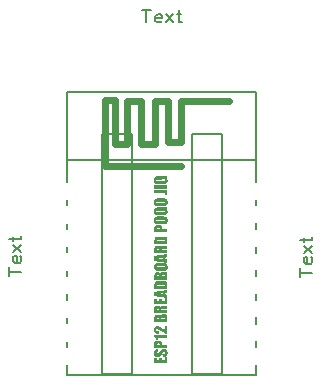
<source format=gto>
G04 Layer: TopSilkLayer*
G04 EasyEDA v5.9.42, Fri, 05 Apr 2019 14:57:40 GMT*
G04 4e9f10f097634dd6829a82e3e2597e5f*
G04 Gerber Generator version 0.2*
G04 Scale: 100 percent, Rotated: No, Reflected: No *
G04 Dimensions in inches *
G04 leading zeros omitted , absolute positions ,2 integer and 4 decimal *
%FSLAX24Y24*%
%MOIN*%
G90*
G70D02*

%ADD15C,0.005000*%
%ADD16C,0.024000*%
%ADD17C,0.008000*%
%ADD18C,0.007992*%
%ADD19C,0.006000*%

%LPD*%
G54D15*
G01X494Y11068D02*
G01X6793Y11068D01*
G01X6793Y8785D01*
G01X494Y8785D01*
G01X494Y11068D01*
G01X6793Y1620D02*
G01X494Y1620D01*
G54D16*
G01X1754Y8864D02*
G01X1754Y10793D01*
G01X2108Y10793D01*
G01X2108Y9336D01*
G01X2502Y9336D01*
G01X2502Y10753D01*
G01X2974Y10753D01*
G01X2974Y9336D01*
G01X3447Y9336D01*
G01X3447Y10753D01*
G01X3880Y10753D01*
G01X3880Y9376D01*
G01X4313Y9376D01*
G01X4313Y10753D01*
G01X5888Y10753D01*
G01X1754Y8824D02*
G01X1754Y8588D01*
G01X4313Y8588D01*
G54D15*
G01X493Y8788D02*
G01X493Y8068D01*
G01X493Y7458D02*
G01X493Y7278D01*
G01X493Y6668D02*
G01X493Y6488D01*
G01X493Y5878D02*
G01X493Y5708D01*
G01X493Y5098D02*
G01X493Y4918D01*
G01X493Y4308D02*
G01X493Y4128D01*
G01X493Y3518D02*
G01X493Y3338D01*
G01X493Y2728D02*
G01X493Y2558D01*
G01X493Y1948D02*
G01X493Y1618D01*
G01X6793Y1628D02*
G01X6793Y1938D01*
G01X6793Y2738D02*
G01X6793Y2548D01*
G01X6793Y3538D02*
G01X6793Y3328D01*
G01X6793Y4328D02*
G01X6793Y4118D01*
G01X6793Y5108D02*
G01X6793Y4908D01*
G01X6793Y5888D02*
G01X6793Y5698D01*
G01X6803Y6678D02*
G01X6803Y6478D01*
G01X6803Y7468D02*
G01X6803Y7278D01*
G01X6783Y8788D02*
G01X6793Y8788D01*
G01X6793Y8058D01*
G54D17*
G01X1650Y9650D02*
G01X2650Y9650D01*
G01X2650Y1650D01*
G01X1650Y1650D01*
G01X1650Y2400D01*
G54D18*
G01X1650Y9650D02*
G01X1650Y2400D01*
G54D17*
G01X5650Y1650D02*
G01X4650Y1650D01*
G01X4650Y9650D01*
G01X5650Y9650D01*
G01X5650Y8900D01*
G54D18*
G01X5650Y1650D02*
G01X5650Y8900D01*
G54D19*
G01X3142Y13800D02*
G01X3142Y13371D01*
G01X3000Y13800D02*
G01X3286Y13800D01*
G01X3421Y13534D02*
G01X3667Y13534D01*
G01X3667Y13575D01*
G01X3646Y13615D01*
G01X3626Y13636D01*
G01X3584Y13657D01*
G01X3523Y13657D01*
G01X3482Y13636D01*
G01X3442Y13596D01*
G01X3421Y13534D01*
G01X3421Y13494D01*
G01X3442Y13432D01*
G01X3482Y13390D01*
G01X3523Y13371D01*
G01X3584Y13371D01*
G01X3626Y13390D01*
G01X3667Y13432D01*
G01X3801Y13657D02*
G01X4026Y13371D01*
G01X4026Y13657D02*
G01X3801Y13371D01*
G01X4223Y13800D02*
G01X4223Y13453D01*
G01X4244Y13390D01*
G01X4284Y13371D01*
G01X4325Y13371D01*
G01X4161Y13657D02*
G01X4305Y13657D01*

%LPD*%
G36*
G01X3844Y2205D02*
G01X3757Y2205D01*
G01X3757Y2121D01*
G01X3661Y2121D01*
G01X3661Y2192D01*
G01X3578Y2192D01*
G01X3578Y2121D01*
G01X3496Y2121D01*
G01X3496Y2196D01*
G01X3409Y2196D01*
G01X3409Y2009D01*
G01X3844Y2009D01*
G01X3844Y2205D01*
G37*

%LPD*%
G36*
G01X3754Y2485D02*
G01X3732Y2486D01*
G01X3703Y2484D01*
G01X3677Y2480D01*
G01X3656Y2474D01*
G01X3640Y2465D01*
G01X3607Y2432D01*
G01X3567Y2371D01*
G01X3559Y2359D01*
G01X3552Y2350D01*
G01X3540Y2338D01*
G01X3526Y2334D01*
G01X3517Y2333D01*
G01X3507Y2332D01*
G01X3498Y2333D01*
G01X3492Y2334D01*
G01X3486Y2336D01*
G01X3482Y2338D01*
G01X3478Y2341D01*
G01X3474Y2349D01*
G01X3473Y2353D01*
G01X3474Y2358D01*
G01X3475Y2362D01*
G01X3477Y2365D01*
G01X3480Y2367D01*
G01X3484Y2369D01*
G01X3490Y2371D01*
G01X3540Y2371D01*
G01X3540Y2476D01*
G01X3499Y2476D01*
G01X3479Y2474D01*
G01X3462Y2471D01*
G01X3450Y2467D01*
G01X3439Y2460D01*
G01X3430Y2451D01*
G01X3421Y2439D01*
G01X3413Y2425D01*
G01X3407Y2408D01*
G01X3403Y2390D01*
G01X3400Y2371D01*
G01X3400Y2330D01*
G01X3403Y2313D01*
G01X3407Y2296D01*
G01X3413Y2282D01*
G01X3420Y2268D01*
G01X3428Y2257D01*
G01X3438Y2247D01*
G01X3448Y2240D01*
G01X3462Y2234D01*
G01X3478Y2230D01*
G01X3498Y2228D01*
G01X3538Y2228D01*
G01X3553Y2230D01*
G01X3567Y2232D01*
G01X3578Y2236D01*
G01X3589Y2241D01*
G01X3598Y2246D01*
G01X3607Y2252D01*
G01X3613Y2259D01*
G01X3621Y2267D01*
G01X3630Y2280D01*
G01X3642Y2295D01*
G01X3655Y2315D01*
G01X3667Y2334D01*
G01X3678Y2349D01*
G01X3686Y2360D01*
G01X3694Y2367D01*
G01X3701Y2372D01*
G01X3712Y2376D01*
G01X3726Y2378D01*
G01X3752Y2378D01*
G01X3759Y2377D01*
G01X3771Y2373D01*
G01X3775Y2369D01*
G01X3777Y2366D01*
G01X3779Y2361D01*
G01X3780Y2355D01*
G01X3779Y2351D01*
G01X3778Y2346D01*
G01X3776Y2343D01*
G01X3773Y2340D01*
G01X3768Y2338D01*
G01X3761Y2337D01*
G01X3752Y2336D01*
G01X3688Y2336D01*
G01X3688Y2230D01*
G01X3717Y2230D01*
G01X3740Y2231D01*
G01X3760Y2233D01*
G01X3777Y2236D01*
G01X3792Y2240D01*
G01X3804Y2247D01*
G01X3816Y2256D01*
G01X3826Y2268D01*
G01X3836Y2282D01*
G01X3843Y2299D01*
G01X3848Y2318D01*
G01X3851Y2338D01*
G01X3853Y2361D01*
G01X3849Y2399D01*
G01X3844Y2416D01*
G01X3838Y2432D01*
G01X3830Y2447D01*
G01X3821Y2459D01*
G01X3811Y2468D01*
G01X3801Y2475D01*
G01X3788Y2479D01*
G01X3773Y2483D01*
G01X3754Y2485D01*
G37*

%LPD*%
G36*
G01X3569Y2765D02*
G01X3530Y2765D01*
G01X3511Y2764D01*
G01X3495Y2763D01*
G01X3481Y2762D01*
G01X3471Y2761D01*
G01X3461Y2757D01*
G01X3452Y2754D01*
G01X3436Y2744D01*
G01X3430Y2736D01*
G01X3425Y2728D01*
G01X3420Y2717D01*
G01X3415Y2705D01*
G01X3413Y2692D01*
G01X3410Y2676D01*
G01X3409Y2657D01*
G01X3409Y2521D01*
G01X3844Y2521D01*
G01X3844Y2634D01*
G01X3669Y2634D01*
G01X3669Y2665D01*
G01X3668Y2682D01*
G01X3666Y2698D01*
G01X3663Y2712D01*
G01X3659Y2725D01*
G01X3653Y2735D01*
G01X3646Y2744D01*
G01X3638Y2751D01*
G01X3618Y2759D01*
G01X3604Y2762D01*
G01X3588Y2764D01*
G01X3569Y2765D01*
G37*

%LPC*%
G36*
G01X3555Y2671D02*
G01X3519Y2671D01*
G01X3509Y2670D01*
G01X3500Y2669D01*
G01X3494Y2667D01*
G01X3490Y2663D01*
G01X3487Y2659D01*
G01X3485Y2653D01*
G01X3484Y2644D01*
G01X3484Y2634D01*
G01X3594Y2634D01*
G01X3594Y2642D01*
G01X3593Y2650D01*
G01X3592Y2655D01*
G01X3590Y2660D01*
G01X3586Y2663D01*
G01X3582Y2667D01*
G01X3575Y2669D01*
G01X3555Y2671D01*
G37*

%LPD*%
G36*
G01X3844Y2961D02*
G01X3409Y2961D01*
G01X3409Y2898D01*
G01X3453Y2847D01*
G01X3478Y2778D01*
G01X3530Y2778D01*
G01X3530Y2806D01*
G01X3531Y2819D01*
G01X3532Y2830D01*
G01X3534Y2836D01*
G01X3537Y2842D01*
G01X3541Y2846D01*
G01X3545Y2848D01*
G01X3550Y2851D01*
G01X3557Y2851D01*
G01X3570Y2852D01*
G01X3588Y2852D01*
G01X3611Y2853D01*
G01X3844Y2853D01*
G01X3844Y2961D01*
G37*

%LPD*%
G36*
G01X3533Y3245D02*
G01X3513Y3246D01*
G01X3490Y3244D01*
G01X3469Y3238D01*
G01X3450Y3228D01*
G01X3432Y3213D01*
G01X3409Y3173D01*
G01X3401Y3115D01*
G01X3401Y3100D01*
G01X3403Y3085D01*
G01X3406Y3072D01*
G01X3411Y3059D01*
G01X3417Y3048D01*
G01X3424Y3038D01*
G01X3432Y3028D01*
G01X3452Y3014D01*
G01X3463Y3009D01*
G01X3473Y3005D01*
G01X3495Y3001D01*
G01X3508Y3000D01*
G01X3523Y2999D01*
G01X3540Y2998D01*
G01X3557Y2998D01*
G01X3557Y3096D01*
G01X3502Y3096D01*
G01X3491Y3097D01*
G01X3483Y3099D01*
G01X3476Y3101D01*
G01X3470Y3109D01*
G01X3468Y3115D01*
G01X3467Y3121D01*
G01X3469Y3131D01*
G01X3472Y3135D01*
G01X3480Y3141D01*
G01X3487Y3143D01*
G01X3494Y3144D01*
G01X3503Y3144D01*
G01X3515Y3143D01*
G01X3530Y3140D01*
G01X3547Y3133D01*
G01X3567Y3125D01*
G01X3595Y3109D01*
G01X3641Y3083D01*
G01X3703Y3046D01*
G01X3782Y2998D01*
G01X3844Y2998D01*
G01X3844Y3238D01*
G01X3769Y3238D01*
G01X3769Y3119D01*
G01X3708Y3159D01*
G01X3658Y3192D01*
G01X3619Y3215D01*
G01X3592Y3228D01*
G01X3572Y3236D01*
G01X3552Y3242D01*
G01X3533Y3245D01*
G37*

%LPD*%
G36*
G01X3762Y3642D02*
G01X3682Y3642D01*
G01X3664Y3639D01*
G01X3650Y3635D01*
G01X3638Y3628D01*
G01X3629Y3620D01*
G01X3621Y3608D01*
G01X3614Y3594D01*
G01X3609Y3576D01*
G01X3604Y3592D01*
G01X3599Y3605D01*
G01X3592Y3615D01*
G01X3586Y3623D01*
G01X3576Y3628D01*
G01X3565Y3632D01*
G01X3550Y3634D01*
G01X3506Y3634D01*
G01X3484Y3630D01*
G01X3465Y3625D01*
G01X3451Y3617D01*
G01X3439Y3608D01*
G01X3430Y3598D01*
G01X3423Y3586D01*
G01X3417Y3573D01*
G01X3413Y3558D01*
G01X3411Y3539D01*
G01X3409Y3517D01*
G01X3409Y3380D01*
G01X3844Y3380D01*
G01X3844Y3511D01*
G01X3843Y3542D01*
G01X3842Y3567D01*
G01X3839Y3587D01*
G01X3836Y3601D01*
G01X3831Y3611D01*
G01X3824Y3619D01*
G01X3816Y3627D01*
G01X3807Y3632D01*
G01X3794Y3637D01*
G01X3780Y3640D01*
G01X3762Y3642D01*
G37*

%LPC*%
G36*
G01X3728Y3530D02*
G01X3688Y3530D01*
G01X3675Y3529D01*
G01X3666Y3528D01*
G01X3659Y3526D01*
G01X3655Y3523D01*
G01X3652Y3519D01*
G01X3650Y3513D01*
G01X3648Y3504D01*
G01X3648Y3492D01*
G01X3769Y3492D01*
G01X3769Y3503D01*
G01X3767Y3512D01*
G01X3765Y3519D01*
G01X3761Y3523D01*
G01X3757Y3526D01*
G01X3750Y3528D01*
G01X3740Y3529D01*
G01X3728Y3530D01*
G37*
G36*
G01X3542Y3529D02*
G01X3525Y3530D01*
G01X3515Y3529D01*
G01X3507Y3528D01*
G01X3501Y3527D01*
G01X3496Y3526D01*
G01X3492Y3524D01*
G01X3489Y3522D01*
G01X3487Y3519D01*
G01X3486Y3517D01*
G01X3485Y3513D01*
G01X3484Y3507D01*
G01X3484Y3492D01*
G01X3580Y3492D01*
G01X3580Y3503D01*
G01X3579Y3511D01*
G01X3578Y3517D01*
G01X3575Y3522D01*
G01X3571Y3526D01*
G01X3565Y3527D01*
G01X3556Y3528D01*
G01X3542Y3529D01*
G37*

%LPD*%
G36*
G01X3551Y3935D02*
G01X3528Y3936D01*
G01X3501Y3934D01*
G01X3479Y3931D01*
G01X3461Y3925D01*
G01X3446Y3917D01*
G01X3435Y3908D01*
G01X3426Y3898D01*
G01X3419Y3885D01*
G01X3415Y3871D01*
G01X3410Y3830D01*
G01X3409Y3763D01*
G01X3409Y3684D01*
G01X3844Y3684D01*
G01X3844Y3796D01*
G01X3648Y3796D01*
G01X3648Y3807D01*
G01X3650Y3815D01*
G01X3652Y3821D01*
G01X3655Y3826D01*
G01X3661Y3828D01*
G01X3671Y3829D01*
G01X3683Y3830D01*
G01X3844Y3830D01*
G01X3844Y3936D01*
G01X3728Y3936D01*
G01X3705Y3935D01*
G01X3686Y3935D01*
G01X3673Y3934D01*
G01X3665Y3932D01*
G01X3658Y3931D01*
G01X3652Y3928D01*
G01X3645Y3924D01*
G01X3638Y3919D01*
G01X3632Y3911D01*
G01X3626Y3901D01*
G01X3621Y3889D01*
G01X3617Y3873D01*
G01X3614Y3890D01*
G01X3610Y3905D01*
G01X3603Y3915D01*
G01X3596Y3923D01*
G01X3585Y3929D01*
G01X3570Y3932D01*
G01X3551Y3935D01*
G37*

%LPC*%
G36*
G01X3553Y3830D02*
G01X3507Y3830D01*
G01X3499Y3829D01*
G01X3494Y3826D01*
G01X3490Y3823D01*
G01X3487Y3819D01*
G01X3485Y3813D01*
G01X3484Y3805D01*
G01X3484Y3796D01*
G01X3580Y3796D01*
G01X3579Y3805D01*
G01X3578Y3813D01*
G01X3577Y3819D01*
G01X3575Y3823D01*
G01X3571Y3826D01*
G01X3563Y3829D01*
G01X3553Y3830D01*
G37*

%LPD*%
G36*
G01X3844Y4176D02*
G01X3757Y4176D01*
G01X3757Y4092D01*
G01X3661Y4092D01*
G01X3661Y4163D01*
G01X3578Y4163D01*
G01X3578Y4092D01*
G01X3496Y4092D01*
G01X3496Y4169D01*
G01X3409Y4169D01*
G01X3409Y3980D01*
G01X3844Y3980D01*
G01X3844Y4176D01*
G37*

%LPD*%
G36*
G01X3844Y4353D02*
G01X3844Y4469D01*
G01X3409Y4403D01*
G01X3409Y4240D01*
G01X3844Y4182D01*
G01X3844Y4300D01*
G01X3765Y4307D01*
G01X3765Y4346D01*
G01X3844Y4353D01*
G37*

%LPC*%
G36*
G01X3688Y4305D02*
G01X3688Y4344D01*
G01X3649Y4339D01*
G01X3606Y4335D01*
G01X3558Y4330D01*
G01X3505Y4326D01*
G01X3564Y4319D01*
G01X3614Y4313D01*
G01X3655Y4308D01*
G01X3688Y4305D01*
G37*

%LPD*%
G36*
G01X3715Y4750D02*
G01X3563Y4750D01*
G01X3534Y4749D01*
G01X3511Y4748D01*
G01X3492Y4747D01*
G01X3480Y4746D01*
G01X3469Y4743D01*
G01X3459Y4739D01*
G01X3450Y4733D01*
G01X3440Y4726D01*
G01X3433Y4718D01*
G01X3426Y4708D01*
G01X3421Y4696D01*
G01X3417Y4682D01*
G01X3411Y4640D01*
G01X3409Y4571D01*
G01X3409Y4488D01*
G01X3844Y4488D01*
G01X3844Y4630D01*
G01X3843Y4649D01*
G01X3842Y4665D01*
G01X3841Y4679D01*
G01X3840Y4690D01*
G01X3837Y4700D01*
G01X3833Y4709D01*
G01X3829Y4717D01*
G01X3823Y4725D01*
G01X3817Y4731D01*
G01X3810Y4736D01*
G01X3802Y4740D01*
G01X3792Y4744D01*
G01X3780Y4746D01*
G01X3763Y4748D01*
G01X3741Y4749D01*
G01X3715Y4750D01*
G37*

%LPC*%
G36*
G01X3725Y4636D02*
G01X3513Y4636D01*
G01X3505Y4635D01*
G01X3495Y4633D01*
G01X3489Y4629D01*
G01X3486Y4626D01*
G01X3484Y4616D01*
G01X3484Y4601D01*
G01X3769Y4601D01*
G01X3769Y4611D01*
G01X3767Y4620D01*
G01X3764Y4626D01*
G01X3759Y4630D01*
G01X3752Y4633D01*
G01X3741Y4635D01*
G01X3725Y4636D01*
G37*

%LPD*%
G36*
G01X3742Y5055D02*
G01X3701Y5055D01*
G01X3682Y5054D01*
G01X3664Y5051D01*
G01X3650Y5047D01*
G01X3638Y5040D01*
G01X3629Y5032D01*
G01X3621Y5020D01*
G01X3614Y5005D01*
G01X3609Y4988D01*
G01X3604Y5003D01*
G01X3599Y5017D01*
G01X3592Y5027D01*
G01X3586Y5034D01*
G01X3576Y5040D01*
G01X3565Y5044D01*
G01X3550Y5046D01*
G01X3506Y5046D01*
G01X3484Y5042D01*
G01X3465Y5037D01*
G01X3451Y5030D01*
G01X3439Y5020D01*
G01X3430Y5010D01*
G01X3423Y4998D01*
G01X3417Y4986D01*
G01X3413Y4970D01*
G01X3411Y4951D01*
G01X3409Y4930D01*
G01X3409Y4792D01*
G01X3844Y4792D01*
G01X3844Y4923D01*
G01X3843Y4954D01*
G01X3842Y4979D01*
G01X3839Y4999D01*
G01X3836Y5013D01*
G01X3831Y5023D01*
G01X3824Y5032D01*
G01X3816Y5039D01*
G01X3807Y5044D01*
G01X3794Y5049D01*
G01X3780Y5052D01*
G01X3762Y5054D01*
G01X3742Y5055D01*
G37*

%LPC*%
G36*
G01X3728Y4942D02*
G01X3688Y4942D01*
G01X3675Y4941D01*
G01X3666Y4940D01*
G01X3659Y4938D01*
G01X3655Y4936D01*
G01X3652Y4931D01*
G01X3650Y4925D01*
G01X3648Y4916D01*
G01X3648Y4905D01*
G01X3769Y4905D01*
G01X3769Y4915D01*
G01X3767Y4924D01*
G01X3765Y4930D01*
G01X3757Y4938D01*
G01X3750Y4940D01*
G01X3740Y4941D01*
G01X3728Y4942D01*
G37*
G36*
G01X3542Y4941D02*
G01X3525Y4942D01*
G01X3515Y4941D01*
G01X3507Y4940D01*
G01X3501Y4939D01*
G01X3496Y4938D01*
G01X3492Y4935D01*
G01X3489Y4933D01*
G01X3487Y4930D01*
G01X3486Y4928D01*
G01X3485Y4924D01*
G01X3484Y4919D01*
G01X3484Y4905D01*
G01X3580Y4905D01*
G01X3580Y4915D01*
G01X3579Y4923D01*
G01X3578Y4929D01*
G01X3575Y4934D01*
G01X3565Y4939D01*
G01X3556Y4940D01*
G01X3542Y4941D01*
G37*

%LPD*%
G36*
G01X3719Y5353D02*
G01X3532Y5353D01*
G01X3511Y5352D01*
G01X3494Y5351D01*
G01X3482Y5348D01*
G01X3469Y5344D01*
G01X3457Y5338D01*
G01X3446Y5330D01*
G01X3435Y5321D01*
G01X3425Y5311D01*
G01X3417Y5299D01*
G01X3411Y5286D01*
G01X3406Y5271D01*
G01X3402Y5256D01*
G01X3400Y5240D01*
G01X3400Y5205D01*
G01X3403Y5188D01*
G01X3406Y5173D01*
G01X3411Y5159D01*
G01X3418Y5145D01*
G01X3426Y5134D01*
G01X3436Y5123D01*
G01X3446Y5115D01*
G01X3458Y5107D01*
G01X3470Y5101D01*
G01X3483Y5097D01*
G01X3496Y5094D01*
G01X3512Y5093D01*
G01X3533Y5092D01*
G01X3721Y5092D01*
G01X3742Y5094D01*
G01X3757Y5096D01*
G01X3771Y5098D01*
G01X3783Y5102D01*
G01X3795Y5108D01*
G01X3807Y5115D01*
G01X3827Y5135D01*
G01X3835Y5147D01*
G01X3842Y5159D01*
G01X3850Y5189D01*
G01X3852Y5205D01*
G01X3853Y5223D01*
G01X3852Y5240D01*
G01X3850Y5257D01*
G01X3846Y5273D01*
G01X3840Y5288D01*
G01X3834Y5300D01*
G01X3826Y5312D01*
G01X3816Y5322D01*
G01X3805Y5332D01*
G01X3794Y5339D01*
G01X3782Y5344D01*
G01X3770Y5348D01*
G01X3757Y5351D01*
G01X3740Y5352D01*
G01X3719Y5353D01*
G37*

%LPC*%
G36*
G01X3751Y5240D02*
G01X3496Y5240D01*
G01X3487Y5239D01*
G01X3482Y5238D01*
G01X3478Y5235D01*
G01X3476Y5232D01*
G01X3474Y5228D01*
G01X3473Y5223D01*
G01X3475Y5215D01*
G01X3477Y5212D01*
G01X3480Y5209D01*
G01X3485Y5207D01*
G01X3493Y5206D01*
G01X3505Y5205D01*
G01X3754Y5205D01*
G01X3764Y5207D01*
G01X3771Y5209D01*
G01X3775Y5211D01*
G01X3777Y5213D01*
G01X3779Y5217D01*
G01X3780Y5223D01*
G01X3779Y5228D01*
G01X3777Y5232D01*
G01X3769Y5238D01*
G01X3762Y5239D01*
G01X3751Y5240D01*
G37*

%LPD*%
G36*
G01X3844Y5540D02*
G01X3844Y5655D01*
G01X3409Y5590D01*
G01X3409Y5428D01*
G01X3844Y5369D01*
G01X3844Y5486D01*
G01X3765Y5494D01*
G01X3765Y5534D01*
G01X3844Y5540D01*
G37*

%LPC*%
G36*
G01X3688Y5492D02*
G01X3688Y5530D01*
G01X3649Y5526D01*
G01X3606Y5522D01*
G01X3558Y5518D01*
G01X3505Y5513D01*
G01X3564Y5506D01*
G01X3614Y5500D01*
G01X3655Y5495D01*
G01X3688Y5492D01*
G37*

%LPD*%
G36*
G01X3551Y5927D02*
G01X3528Y5928D01*
G01X3501Y5926D01*
G01X3479Y5923D01*
G01X3461Y5917D01*
G01X3446Y5909D01*
G01X3435Y5900D01*
G01X3426Y5889D01*
G01X3419Y5877D01*
G01X3415Y5863D01*
G01X3410Y5822D01*
G01X3409Y5755D01*
G01X3409Y5675D01*
G01X3844Y5675D01*
G01X3844Y5788D01*
G01X3648Y5788D01*
G01X3648Y5798D01*
G01X3650Y5807D01*
G01X3652Y5813D01*
G01X3655Y5817D01*
G01X3661Y5819D01*
G01X3671Y5821D01*
G01X3683Y5822D01*
G01X3698Y5823D01*
G01X3844Y5823D01*
G01X3844Y5928D01*
G01X3728Y5928D01*
G01X3705Y5927D01*
G01X3686Y5927D01*
G01X3673Y5926D01*
G01X3665Y5925D01*
G01X3658Y5923D01*
G01X3652Y5919D01*
G01X3638Y5911D01*
G01X3632Y5903D01*
G01X3626Y5893D01*
G01X3621Y5881D01*
G01X3617Y5865D01*
G01X3614Y5882D01*
G01X3610Y5896D01*
G01X3603Y5907D01*
G01X3596Y5915D01*
G01X3585Y5920D01*
G01X3570Y5924D01*
G01X3551Y5927D01*
G37*

%LPC*%
G36*
G01X3540Y5823D02*
G01X3517Y5823D01*
G01X3507Y5822D01*
G01X3499Y5821D01*
G01X3494Y5818D01*
G01X3490Y5815D01*
G01X3487Y5810D01*
G01X3485Y5804D01*
G01X3484Y5797D01*
G01X3484Y5788D01*
G01X3580Y5788D01*
G01X3579Y5797D01*
G01X3578Y5804D01*
G01X3577Y5810D01*
G01X3575Y5815D01*
G01X3571Y5818D01*
G01X3563Y5821D01*
G01X3553Y5822D01*
G01X3540Y5823D01*
G37*

%LPD*%
G36*
G01X3741Y6232D02*
G01X3511Y6232D01*
G01X3492Y6231D01*
G01X3480Y6230D01*
G01X3469Y6227D01*
G01X3459Y6223D01*
G01X3450Y6217D01*
G01X3440Y6211D01*
G01X3433Y6202D01*
G01X3426Y6192D01*
G01X3421Y6180D01*
G01X3417Y6167D01*
G01X3411Y6124D01*
G01X3409Y6055D01*
G01X3409Y5971D01*
G01X3844Y5971D01*
G01X3844Y6113D01*
G01X3843Y6133D01*
G01X3842Y6149D01*
G01X3841Y6163D01*
G01X3840Y6175D01*
G01X3837Y6184D01*
G01X3833Y6193D01*
G01X3829Y6201D01*
G01X3823Y6209D01*
G01X3817Y6215D01*
G01X3810Y6220D01*
G01X3802Y6224D01*
G01X3792Y6228D01*
G01X3780Y6230D01*
G01X3763Y6231D01*
G01X3741Y6232D01*
G37*

%LPC*%
G36*
G01X3725Y6119D02*
G01X3500Y6119D01*
G01X3495Y6117D01*
G01X3489Y6113D01*
G01X3486Y6109D01*
G01X3485Y6105D01*
G01X3484Y6100D01*
G01X3484Y6084D01*
G01X3769Y6084D01*
G01X3769Y6095D01*
G01X3767Y6104D01*
G01X3764Y6110D01*
G01X3759Y6115D01*
G01X3752Y6117D01*
G01X3741Y6118D01*
G01X3725Y6119D01*
G37*

%LPD*%
G36*
G01X3588Y6615D02*
G01X3495Y6615D01*
G01X3481Y6613D01*
G01X3461Y6609D01*
G01X3452Y6605D01*
G01X3444Y6600D01*
G01X3436Y6594D01*
G01X3430Y6587D01*
G01X3425Y6578D01*
G01X3420Y6568D01*
G01X3415Y6557D01*
G01X3413Y6543D01*
G01X3410Y6527D01*
G01X3409Y6507D01*
G01X3409Y6373D01*
G01X3844Y6373D01*
G01X3844Y6486D01*
G01X3669Y6486D01*
G01X3669Y6515D01*
G01X3668Y6533D01*
G01X3666Y6549D01*
G01X3663Y6563D01*
G01X3659Y6576D01*
G01X3653Y6586D01*
G01X3646Y6595D01*
G01X3638Y6602D01*
G01X3628Y6607D01*
G01X3618Y6611D01*
G01X3604Y6613D01*
G01X3588Y6615D01*
G37*

%LPC*%
G36*
G01X3565Y6521D02*
G01X3509Y6521D01*
G01X3500Y6520D01*
G01X3490Y6515D01*
G01X3487Y6510D01*
G01X3485Y6504D01*
G01X3484Y6496D01*
G01X3484Y6486D01*
G01X3594Y6486D01*
G01X3594Y6494D01*
G01X3593Y6501D01*
G01X3592Y6507D01*
G01X3590Y6512D01*
G01X3582Y6518D01*
G01X3575Y6520D01*
G01X3565Y6521D01*
G37*

%LPD*%
G36*
G01X3663Y6907D02*
G01X3588Y6907D01*
G01X3557Y6906D01*
G01X3532Y6906D01*
G01X3511Y6905D01*
G01X3494Y6903D01*
G01X3482Y6901D01*
G01X3469Y6897D01*
G01X3457Y6891D01*
G01X3446Y6884D01*
G01X3435Y6874D01*
G01X3425Y6864D01*
G01X3417Y6852D01*
G01X3411Y6838D01*
G01X3406Y6824D01*
G01X3402Y6809D01*
G01X3400Y6792D01*
G01X3400Y6758D01*
G01X3403Y6741D01*
G01X3406Y6726D01*
G01X3411Y6711D01*
G01X3418Y6698D01*
G01X3426Y6686D01*
G01X3436Y6676D01*
G01X3446Y6667D01*
G01X3458Y6660D01*
G01X3470Y6655D01*
G01X3483Y6651D01*
G01X3496Y6648D01*
G01X3512Y6647D01*
G01X3533Y6646D01*
G01X3558Y6645D01*
G01X3588Y6644D01*
G01X3663Y6644D01*
G01X3694Y6645D01*
G01X3721Y6646D01*
G01X3742Y6647D01*
G01X3757Y6648D01*
G01X3771Y6651D01*
G01X3783Y6655D01*
G01X3795Y6661D01*
G01X3807Y6669D01*
G01X3817Y6678D01*
G01X3827Y6688D01*
G01X3835Y6700D01*
G01X3842Y6713D01*
G01X3846Y6727D01*
G01X3850Y6742D01*
G01X3852Y6759D01*
G01X3853Y6776D01*
G01X3852Y6794D01*
G01X3850Y6810D01*
G01X3846Y6826D01*
G01X3840Y6840D01*
G01X3834Y6853D01*
G01X3826Y6865D01*
G01X3816Y6875D01*
G01X3805Y6884D01*
G01X3794Y6892D01*
G01X3782Y6897D01*
G01X3770Y6901D01*
G01X3757Y6903D01*
G01X3740Y6905D01*
G01X3719Y6906D01*
G01X3694Y6906D01*
G01X3663Y6907D01*
G37*

%LPC*%
G36*
G01X3721Y6794D02*
G01X3521Y6794D01*
G01X3507Y6793D01*
G01X3496Y6793D01*
G01X3487Y6792D01*
G01X3482Y6790D01*
G01X3478Y6788D01*
G01X3476Y6785D01*
G01X3474Y6781D01*
G01X3473Y6776D01*
G01X3474Y6772D01*
G01X3475Y6769D01*
G01X3477Y6765D01*
G01X3480Y6763D01*
G01X3485Y6760D01*
G01X3493Y6759D01*
G01X3505Y6758D01*
G01X3521Y6757D01*
G01X3723Y6757D01*
G01X3741Y6758D01*
G01X3754Y6759D01*
G01X3764Y6760D01*
G01X3771Y6761D01*
G01X3775Y6763D01*
G01X3779Y6771D01*
G01X3780Y6776D01*
G01X3779Y6780D01*
G01X3777Y6785D01*
G01X3773Y6788D01*
G01X3769Y6790D01*
G01X3762Y6792D01*
G01X3751Y6793D01*
G01X3738Y6793D01*
G01X3721Y6794D01*
G37*

%LPD*%
G36*
G01X3569Y7209D02*
G01X3550Y7209D01*
G01X3525Y7208D01*
G01X3503Y7206D01*
G01X3484Y7203D01*
G01X3469Y7198D01*
G01X3455Y7192D01*
G01X3442Y7183D01*
G01X3430Y7171D01*
G01X3419Y7155D01*
G01X3411Y7138D01*
G01X3405Y7118D01*
G01X3401Y7096D01*
G01X3400Y7073D01*
G01X3401Y7049D01*
G01X3405Y7027D01*
G01X3413Y7008D01*
G01X3423Y6990D01*
G01X3435Y6976D01*
G01X3448Y6965D01*
G01X3461Y6957D01*
G01X3475Y6953D01*
G01X3491Y6950D01*
G01X3511Y6947D01*
G01X3536Y6946D01*
G01X3734Y6946D01*
G01X3749Y6947D01*
G01X3761Y6948D01*
G01X3773Y6951D01*
G01X3784Y6954D01*
G01X3794Y6959D01*
G01X3805Y6965D01*
G01X3814Y6972D01*
G01X3823Y6980D01*
G01X3831Y6991D01*
G01X3845Y7015D01*
G01X3849Y7028D01*
G01X3852Y7042D01*
G01X3853Y7055D01*
G01X3852Y7067D01*
G01X3850Y7078D01*
G01X3847Y7088D01*
G01X3842Y7098D01*
G01X3837Y7106D01*
G01X3830Y7113D01*
G01X3822Y7120D01*
G01X3813Y7126D01*
G01X3844Y7136D01*
G01X3844Y7209D01*
G01X3611Y7209D01*
G01X3611Y7076D01*
G01X3676Y7076D01*
G01X3676Y7098D01*
G01X3753Y7098D01*
G01X3762Y7096D01*
G01X3769Y7094D01*
G01X3773Y7092D01*
G01X3777Y7088D01*
G01X3779Y7083D01*
G01X3780Y7078D01*
G01X3779Y7073D01*
G01X3777Y7068D01*
G01X3774Y7065D01*
G01X3764Y7061D01*
G01X3755Y7059D01*
G01X3496Y7059D01*
G01X3487Y7061D01*
G01X3482Y7063D01*
G01X3478Y7065D01*
G01X3476Y7068D01*
G01X3474Y7072D01*
G01X3473Y7076D01*
G01X3474Y7082D01*
G01X3478Y7090D01*
G01X3482Y7092D01*
G01X3489Y7093D01*
G01X3499Y7094D01*
G01X3512Y7095D01*
G01X3530Y7096D01*
G01X3569Y7096D01*
G01X3569Y7209D01*
G37*

%LPD*%
G36*
G01X3663Y7511D02*
G01X3588Y7511D01*
G01X3557Y7510D01*
G01X3532Y7509D01*
G01X3511Y7508D01*
G01X3494Y7507D01*
G01X3482Y7504D01*
G01X3469Y7500D01*
G01X3457Y7494D01*
G01X3446Y7486D01*
G01X3435Y7477D01*
G01X3425Y7467D01*
G01X3417Y7455D01*
G01X3411Y7442D01*
G01X3406Y7428D01*
G01X3402Y7413D01*
G01X3400Y7396D01*
G01X3400Y7361D01*
G01X3406Y7329D01*
G01X3411Y7315D01*
G01X3418Y7302D01*
G01X3426Y7290D01*
G01X3436Y7280D01*
G01X3446Y7271D01*
G01X3458Y7264D01*
G01X3470Y7258D01*
G01X3483Y7254D01*
G01X3496Y7251D01*
G01X3512Y7250D01*
G01X3533Y7249D01*
G01X3558Y7249D01*
G01X3588Y7248D01*
G01X3663Y7248D01*
G01X3694Y7249D01*
G01X3721Y7249D01*
G01X3742Y7250D01*
G01X3757Y7251D01*
G01X3771Y7254D01*
G01X3795Y7264D01*
G01X3807Y7271D01*
G01X3827Y7291D01*
G01X3835Y7303D01*
G01X3842Y7317D01*
G01X3846Y7331D01*
G01X3850Y7346D01*
G01X3852Y7363D01*
G01X3853Y7380D01*
G01X3852Y7397D01*
G01X3850Y7414D01*
G01X3846Y7429D01*
G01X3840Y7444D01*
G01X3834Y7457D01*
G01X3826Y7469D01*
G01X3816Y7479D01*
G01X3805Y7488D01*
G01X3794Y7495D01*
G01X3782Y7501D01*
G01X3770Y7505D01*
G01X3757Y7507D01*
G01X3740Y7509D01*
G01X3719Y7510D01*
G01X3694Y7510D01*
G01X3663Y7511D01*
G37*

%LPC*%
G36*
G01X3721Y7398D02*
G01X3521Y7398D01*
G01X3507Y7397D01*
G01X3496Y7396D01*
G01X3487Y7395D01*
G01X3482Y7394D01*
G01X3478Y7392D01*
G01X3474Y7384D01*
G01X3473Y7380D01*
G01X3475Y7372D01*
G01X3477Y7369D01*
G01X3480Y7367D01*
G01X3485Y7364D01*
G01X3493Y7363D01*
G01X3505Y7362D01*
G01X3521Y7361D01*
G01X3723Y7361D01*
G01X3741Y7362D01*
G01X3754Y7362D01*
G01X3764Y7363D01*
G01X3771Y7365D01*
G01X3775Y7367D01*
G01X3777Y7370D01*
G01X3779Y7374D01*
G01X3780Y7380D01*
G01X3779Y7384D01*
G01X3777Y7388D01*
G01X3773Y7392D01*
G01X3769Y7394D01*
G01X3762Y7395D01*
G01X3751Y7396D01*
G01X3738Y7397D01*
G01X3721Y7398D01*
G37*

%LPD*%
G36*
G01X3729Y7788D02*
G01X3409Y7788D01*
G01X3409Y7675D01*
G01X3726Y7675D01*
G01X3735Y7674D01*
G01X3742Y7674D01*
G01X3748Y7673D01*
G01X3752Y7673D01*
G01X3756Y7671D01*
G01X3759Y7669D01*
G01X3763Y7665D01*
G01X3765Y7662D01*
G01X3767Y7657D01*
G01X3768Y7652D01*
G01X3769Y7646D01*
G01X3769Y7644D01*
G01X3768Y7640D01*
G01X3768Y7636D01*
G01X3767Y7632D01*
G01X3844Y7632D01*
G01X3844Y7688D01*
G01X3843Y7706D01*
G01X3842Y7721D01*
G01X3840Y7734D01*
G01X3838Y7744D01*
G01X3834Y7753D01*
G01X3829Y7761D01*
G01X3823Y7769D01*
G01X3817Y7775D01*
G01X3809Y7779D01*
G01X3801Y7782D01*
G01X3792Y7785D01*
G01X3784Y7786D01*
G01X3771Y7787D01*
G01X3753Y7787D01*
G01X3729Y7788D01*
G37*

%LPD*%
G36*
G01X3844Y7944D02*
G01X3409Y7944D01*
G01X3409Y7832D01*
G01X3844Y7832D01*
G01X3844Y7944D01*
G37*

%LPD*%
G36*
G01X3569Y8250D02*
G01X3550Y8250D01*
G01X3525Y8249D01*
G01X3503Y8247D01*
G01X3484Y8244D01*
G01X3469Y8240D01*
G01X3455Y8233D01*
G01X3442Y8224D01*
G01X3430Y8211D01*
G01X3419Y8196D01*
G01X3411Y8179D01*
G01X3405Y8159D01*
G01X3401Y8138D01*
G01X3400Y8115D01*
G01X3401Y8090D01*
G01X3405Y8068D01*
G01X3413Y8049D01*
G01X3423Y8032D01*
G01X3435Y8017D01*
G01X3448Y8007D01*
G01X3461Y7998D01*
G01X3475Y7994D01*
G01X3491Y7990D01*
G01X3511Y7988D01*
G01X3536Y7987D01*
G01X3565Y7986D01*
G01X3694Y7986D01*
G01X3715Y7987D01*
G01X3734Y7987D01*
G01X3749Y7988D01*
G01X3773Y7992D01*
G01X3784Y7996D01*
G01X3794Y8000D01*
G01X3805Y8005D01*
G01X3823Y8021D01*
G01X3831Y8032D01*
G01X3845Y8056D01*
G01X3849Y8069D01*
G01X3852Y8083D01*
G01X3853Y8096D01*
G01X3852Y8108D01*
G01X3850Y8119D01*
G01X3847Y8129D01*
G01X3837Y8147D01*
G01X3830Y8155D01*
G01X3822Y8161D01*
G01X3813Y8167D01*
G01X3844Y8178D01*
G01X3844Y8250D01*
G01X3611Y8250D01*
G01X3611Y8117D01*
G01X3676Y8117D01*
G01X3676Y8140D01*
G01X3728Y8140D01*
G01X3742Y8139D01*
G01X3753Y8138D01*
G01X3762Y8137D01*
G01X3769Y8136D01*
G01X3773Y8132D01*
G01X3777Y8129D01*
G01X3779Y8124D01*
G01X3780Y8119D01*
G01X3779Y8113D01*
G01X3777Y8109D01*
G01X3774Y8106D01*
G01X3769Y8103D01*
G01X3764Y8102D01*
G01X3755Y8101D01*
G01X3745Y8100D01*
G01X3507Y8100D01*
G01X3496Y8101D01*
G01X3487Y8102D01*
G01X3482Y8103D01*
G01X3478Y8106D01*
G01X3476Y8109D01*
G01X3474Y8113D01*
G01X3473Y8117D01*
G01X3474Y8123D01*
G01X3476Y8127D01*
G01X3478Y8130D01*
G01X3482Y8132D01*
G01X3489Y8134D01*
G01X3499Y8136D01*
G01X3569Y8136D01*
G01X3569Y8250D01*
G37*

%LPD*%
G01X-1450Y5067D02*
G01X-1021Y5067D01*
G01X-1450Y4925D02*
G01X-1450Y5211D01*
G01X-1184Y5346D02*
G01X-1184Y5592D01*
G01X-1225Y5592D01*
G01X-1265Y5571D01*
G01X-1286Y5551D01*
G01X-1307Y5509D01*
G01X-1307Y5448D01*
G01X-1286Y5407D01*
G01X-1246Y5367D01*
G01X-1184Y5346D01*
G01X-1144Y5346D01*
G01X-1082Y5367D01*
G01X-1040Y5407D01*
G01X-1021Y5448D01*
G01X-1021Y5509D01*
G01X-1040Y5551D01*
G01X-1082Y5592D01*
G01X-1307Y5726D02*
G01X-1021Y5951D01*
G01X-1307Y5951D02*
G01X-1021Y5726D01*
G01X-1450Y6148D02*
G01X-1103Y6148D01*
G01X-1040Y6169D01*
G01X-1021Y6209D01*
G01X-1021Y6250D01*
G01X-1307Y6086D02*
G01X-1307Y6230D01*
G01X8250Y5034D02*
G01X8678Y5034D01*
G01X8250Y4892D02*
G01X8250Y5178D01*
G01X8514Y5313D02*
G01X8514Y5559D01*
G01X8475Y5559D01*
G01X8434Y5538D01*
G01X8413Y5517D01*
G01X8393Y5476D01*
G01X8393Y5415D01*
G01X8413Y5375D01*
G01X8453Y5334D01*
G01X8514Y5313D01*
G01X8556Y5313D01*
G01X8618Y5334D01*
G01X8659Y5375D01*
G01X8678Y5415D01*
G01X8678Y5476D01*
G01X8659Y5517D01*
G01X8618Y5559D01*
G01X8393Y5694D02*
G01X8678Y5919D01*
G01X8393Y5919D02*
G01X8678Y5694D01*
G01X8250Y6115D02*
G01X8597Y6115D01*
G01X8659Y6136D01*
G01X8678Y6176D01*
G01X8678Y6217D01*
G01X8393Y6053D02*
G01X8393Y6196D01*
M00*
M02*

</source>
